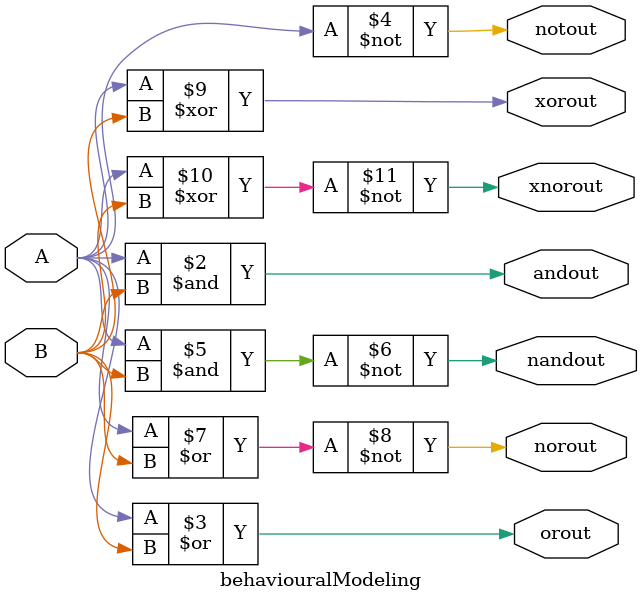
<source format=sv>
module behaviouralModeling (output reg andout,orout,notout,norout,nandout,xorout,xnorout,input A,B);
  
  always@(*)
    begin
      andout = A&B;
  	  orout = A|B;
      notout = ~A;
      nandout = ~(A&B);
      norout = ~(A|B);
      xorout = A^B;
      xnorout = ~(A^B);
    end
  
endmodule
</source>
